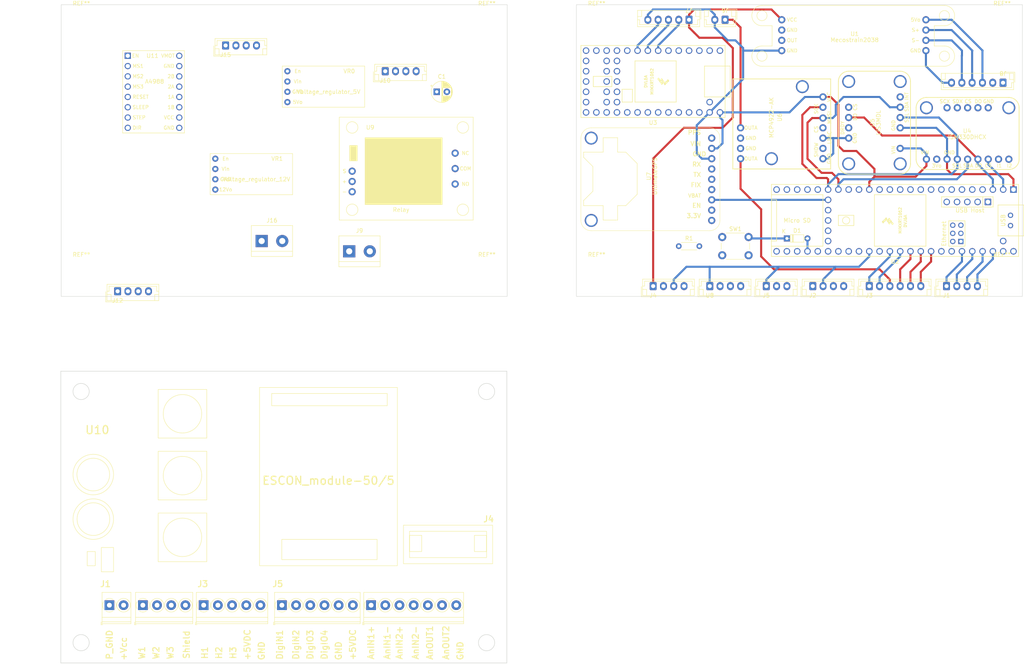
<source format=kicad_pcb>
(kicad_pcb (version 20211014) (generator pcbnew)
  (title_block (title "SBB PCB") (date "2022-04-14") (rev "1") (company "University of Padova") (comment 1 "PCB of self-balacning bike"))
  (layers (0 "F.Cu" signal) (31 "B.Cu" signal) (34 "B.Paste" user) (35 "F.Paste" user) (36 "B.SilkS" user "B.Silkscreen") (37 "F.SilkS" user "F.Silkscreen") (38 "B.Mask" user) (39 "F.Mask" user) (44 "Edge.Cuts" user))
  (net 0 "")
  (net 1 "+24V")
  (net 2 "GND")
  (net 3 "Net-(D1-Pad1)")
  (net 4 "Net-(D1-Pad2)")
  (net 5 "BR_DIR")
  (net 6 "BR_STEP")
  (net 7 "BR_SLEEP")
  (net 8 "+3V3")
  (net 9 "Net-(U2-Pad41)")
  (net 10 "Net-(U2-Pad42)")
  (net 11 "ST_VEL")
  (net 12 "ST_CUR")
  (net 13 "ST_REF")
  (net 14 "ST_EN")
  (net 15 "ST_DIR")
  (net 16 "ST_PWM")
  (net 17 "+12V")
  (net 18 "MAIN_EN")
  (net 19 "+5V")
  (net 20 "Net-(J5-Pad3)")
  (net 21 "TH_REF")
  (net 22 "ENC_A")
  (net 23 "ENC_B")
  (net 24 "ENC_Z")
  (net 25 "Net-(J8-Pad2)")
  (net 26 "Net-(J8-Pad3)")
  (net 27 "Net-(J8-Pad4)")
  (net 28 "Net-(J8-Pad5)")
  (net 29 "+BATT")
  (net 30 "Net-(J10-Pad1)")
  (net 31 "Net-(J10-Pad4)")
  (net 32 "Net-(J12-Pad4)")
  (net 33 "Net-(J15-Pad1)")
  (net 34 "Net-(J15-Pad2)")
  (net 35 "Net-(J15-Pad3)")
  (net 36 "Net-(J15-Pad4)")
  (net 37 "Net-(R1-Pad1)")
  (net 38 "Net-(U1-Pad3)")
  (net 45 "Net-(U2-Pad2)")
  (net 46 "Net-(U2-Pad3)")
  (net 47 "Net-(U2-Pad4)")
  (net 48 "Net-(U2-Pad5)")
  (net 52 "Net-(U2-Pad9)")
  (net 53 "Net-(U2-Pad10)")
  (net 61 "SBUS")
  (net 65 "Net-(U2-Pad21)")
  (net 68 "Net-(U2-Pad20)")
  (net 69 "Net-(U2-Pad19)")
  (net 70 "Net-(U2-Pad18)")
  (net 78 "Net-(U2-Pad50)")
  (net 130 "ST_W1")
  (net 131 "ST_W2")
  (net 132 "ST_W3")
  (net 133 "ST_H1")
  (net 134 "ST_H2")
  (net 135 "ST_H3")
  (net 136 "ST_H5V")
  (footprint "Connector_JST_inches:JST_1x04_P2.54" (layer "F.Cu") (at 259.08 92.41)
    (fp_text reference "J1")
    (fp_text value "Brake mtr JST")
  )
  (footprint "SBBMicro:Ultimate-GPS" (layer "F.Cu") (at 186.69 66.04 90)
    (fp_text reference "U7")
    (fp_text value "UltimateGPS")
  )
  (footprint "SBBMicro:A4988" (layer "F.Cu") (at 63.5 44.45)
    (fp_text reference "U11")
    (fp_text value "A4988")
  )
  (footprint "MountingHole:MountingHole_4.3mm_M4" (layer "F.Cu") (at 145.72 27.94)
    (fp_text reference "REF**")
    (fp_text value "M1")
  )
  (footprint "Connector_JST_inches:JST_1x06_P2.54" (layer "F.Cu") (at 273.015 42.21 180)
    (fp_text reference "J8")
    (fp_text value "Steer  trq & ang JST")
  )
  (footprint "teensy:Teensy40" (layer "F.Cu") (at 186.69 41.91 180)
    (fp_text reference "U3")
    (fp_text value "Teensy4.0")
  )
  (footprint "MountingHole:MountingHole_4.3mm_M4" (layer "F.Cu") (at 45.72 27.94)
    (fp_text reference "REF**")
    (fp_text value "M4")
  )
  (footprint "Connector_JST_inches:JST_1x04_P2.54" (layer "F.Cu") (at 54.645 93.68)
    (fp_text reference "J12")
    (fp_text value "Brake mtr JST")
  )
  (footprint "Connector_JST_inches:JST_1x04_P2.54" (layer "F.Cu") (at 186.725 92.41)
    (fp_text reference "J4")
    (fp_text value "Power JST")
  )
  (footprint "SBBMicro:LIS3MDL" (layer "F.Cu") (at 241.3 52.07 90)
    (fp_text reference "U5")
    (fp_text value "LIS3MDL")
  )
  (footprint "Connector_JST_inches:JST_1x02_P2.54" (layer "F.Cu") (at 204.47 26.67 180)
    (fp_text reference "J6")
    (fp_text value "Throttle JST")
  )
  (footprint "Button_Switch_THT:SW_PUSH_6mm" (layer "F.Cu") (at 203.76 80.3)
    (fp_text reference "SW1")
    (fp_text value "ON/OFF")
  )
  (footprint "Connector_JST_inches:JST_1x06_P2.54" (layer "F.Cu") (at 240.03 92.41)
    (fp_text reference "J3")
    (fp_text value "Steer mtr JST")
  )
  (footprint "SBBMicro:ISM330DHCX" (layer "F.Cu") (at 264.16 54.61)
    (fp_text reference "U4")
    (fp_text value "ISM330DHCX")
  )
  (footprint "SBBMicro:Mecostrain-2038" (layer "F.Cu") (at 237.49 30.48)
    (fp_text reference "U1")
    (fp_text value "Mecostrain2038")
  )
  (footprint "MountingHole:MountingHole_4.3mm_M4" (layer "F.Cu") (at 145.72 89.94)
    (fp_text reference "REF**")
    (fp_text value "M2")
  )
  (footprint "Connector_JST_inches:JST_1x04_P2.54" (layer "F.Cu") (at 120.65 39.37)
    (fp_text reference "J10")
    (fp_text value "Power JST")
  )
  (footprint "Connector_JST_inches:JST_1x04_P2.54" (layer "F.Cu") (at 226.095 92.41)
    (fp_text reference "J2")
    (fp_text value "Aux analog JST")
  )
  (footprint "SBBMicro:Relay" (layer "F.Cu") (at 109.315 76.105)
    (fp_text reference "U9")
    (fp_text value "Relay")
  )
  (footprint "TerminalBlock:TerminalBlock_bornier-2_P5.08mm" (layer "F.Cu") (at 111.76 83.82)
    (fp_text reference "J9")
    (fp_text value "Bat in")
  )
  (footprint "Connector_JST_inches:JST_1x03_P2.54" (layer "F.Cu") (at 214.63 92.41)
    (fp_text reference "J5")
    (fp_text value "On/off JST")
  )
  (footprint "MountingHole:MountingHole_4.3mm_M4" (layer "F.Cu") (at 272.8 89.94)
    (fp_text reference "REF**")
    (fp_text value "M2")
  )
  (footprint "TerminalBlock:TerminalBlock_bornier-2_P5.08mm" (layer "F.Cu") (at 90.17 81.28)
    (fp_text reference "J16")
    (fp_text value "Power mtr out")
  )
  (footprint "SBBMicro:Escon module-50-5" (layer "F.Cu") (at 40.64 185.42)
    (fp_text reference "U10")
    (fp_text value "ESCON_module-50/5")
    (fp_line (start 0 0) (end 110 0) (layer "Edge.Cuts") (width 0.12))
    (fp_line (start 0 -72) (end 0 0) (layer "Edge.Cuts") (width 0.12))
    (fp_line (start 110 0) (end 110 -72) (layer "Edge.Cuts") (width 0.12))
    (fp_line (start 110 -72) (end 0 -72) (layer "Edge.Cuts") (width 0.12))
    (fp_circle (center 105 -67) (end 107 -67) (layer "Edge.Cuts") (width 0.12) (fill none))
    (fp_circle (center 105 -5) (end 107 -5) (layer "Edge.Cuts") (width 0.12) (fill none))
    (fp_circle (center 5 -5) (end 7 -5) (layer "Edge.Cuts") (width 0.12) (fill none))
    (fp_circle (center 5 -67) (end 7 -67) (layer "Edge.Cuts") (width 0.12) (fill none))
  )
  (footprint "Connector_JST_inches:JST_1x04_P2.54" (layer "F.Cu") (at 200.695 92.41)
    (fp_text reference "U8")
    (fp_text value "ArcherM+")
  )
  (footprint "SBBMicro:Voltage-reg_5V" (layer "F.Cu") (at 96.52 46.99)
    (fp_text reference "VR0")
    (fp_text value "Voltage_regulator_5V")
  )
  (footprint "MountingHole:MountingHole_4.3mm_M4" (layer "F.Cu") (at 172.8 27.94)
    (fp_text reference "REF**")
    (fp_text value "M4")
  )
  (footprint "Diode_THT:D_DO-34_SOD68_P7.62mm_Horizontal" (layer "F.Cu") (at 219.684 80.645)
    (fp_text reference "D1")
    (fp_text value "D")
  )
  (footprint "Connector_JST_inches:JST_1x05_P2.54" (layer "F.Cu") (at 195.58 26.67 180)
    (fp_text reference "J7")
    (fp_text value "Encoder JST")
  )
  (footprint "SBBMicro:MCP4922-AK" (layer "F.Cu") (at 218.44 52.07 90)
    (fp_text reference "U6")
    (fp_text value "MCP4922-AK")
  )
  (footprint "SBBMicro:Voltage-reg_12V" (layer "F.Cu") (at 78.74 68.58)
    (fp_text reference "VR1")
    (fp_text value "Voltage_regulator_12V")
  )
  (footprint "MountingHole:MountingHole_4.3mm_M4" (layer "F.Cu") (at 172.8 89.94)
    (fp_text reference "REF**")
    (fp_text value "M3")
  )
  (footprint "teensy:Teensy41" (layer "F.Cu") (at 246.38 76.2 180)
    (fp_text reference "U2")
    (fp_text value "Teensy4.1")
  )
  (footprint "MountingHole:MountingHole_4.3mm_M4" (layer "F.Cu") (at 272.8 27.94)
    (fp_text reference "REF**")
    (fp_text value "M1")
  )
  (footprint "Capacitor_THT:CP_Radial_D5.0mm_P2.50mm" (layer "F.Cu") (at 133.35 44.45)
    (fp_text reference "C1")
    (fp_text value "100uC")
  )
  (footprint "Resistor_THT:R_Axial_DIN0204_L3.6mm_D1.6mm_P5.08mm_Horizontal" (layer "F.Cu") (at 193.04 82.55)
    (fp_text reference "R1")
    (fp_text value "R220")
  )
  (footprint "MountingHole:MountingHole_4.3mm_M4" (layer "F.Cu") (at 45.72 89.94)
    (fp_text reference "REF**")
    (fp_text value "M3")
  )
  (footprint "Connector_JST_inches:JST_1x04_P2.54" (layer "F.Cu") (at 81.28 33.02)
    (fp_text reference "J15")
    (fp_text value "Brake mtr out")
  )
  (gr_rect (start 167.8 22.94) (end 277.8 94.94) (layer "Edge.Cuts") (width 0.1) (fill none))
  (gr_rect (start 40.72 22.94) (end 150.72 94.94) (layer "Edge.Cuts") (width 0.1) (fill none))
  (segment (start 259.207 63.627) (end 260.35 64.77) (width 0.508) (layer "F.Cu") (net 2))
  (segment (start 275.59 66.04) (end 275.59 68.58) (width 0.508) (layer "F.Cu") (net 2))
  (segment (start 260.35 64.77) (end 274.32 64.77) (width 0.508) (layer "F.Cu") (net 2))
  (segment (start 274.32 64.77) (end 275.59 66.04) (width 0.508) (layer "F.Cu") (net 2))
  (segment (start 259.207 61.087) (end 259.207 63.627) (width 0.508) (layer "F.Cu") (net 2))
  (segment (start 198.755 60.96) (end 201.168 60.96) (width 0.508) (layer "B.Cu") (net 2))
  (segment (start 258.11 42.21) (end 260.315 42.21) (width 0.508) (layer "B.Cu") (net 2))
  (segment (start 208.915 33.655) (end 208.915 34.29) (width 0.508) (layer "B.Cu") (net 2))
  (segment (start 201.93 26.67) (end 201.93 28.575) (width 0.508) (layer "B.Cu") (net 2))
  (segment (start 256.54 53.34) (end 247.65 53.34) (width 0.508) (layer "B.Cu") (net 2))
  (segment (start 201.93 25.4) (end 200.66 24.13) (width 0.508) (layer "B.Cu") (net 2))
  (segment (start 229.87 60.96) (end 231.14 59.69) (width 0.508) (layer "B.Cu") (net 2))
  (segment (start 254 38.1) (end 258.11 42.21) (width 0.508) (layer "B.Cu") (net 2))
  (segment (start 231.775 87.63) (end 237.49 87.63) (width 0.508) (layer "B.Cu") (net 2))
  (segment (start 200.695 92.41) (end 200.66 92.375) (width 0.508) (layer "B.Cu") (net 2))
  (segment (start 197.485 52.705) (end 197.485 59.69) (width 0.508) (layer "B.Cu") (net 2))
  (segment (start 228.6 60.96) (end 229.87 60.96) (width 0.508) (layer "B.Cu") (net 2))
  (segment (start 231.14 55.88) (end 228.6 55.88) (width 0.508) (layer "B.Cu") (net 2))
  (segment (start 205.105 31.75) (end 207.01 31.75) (width 0.508) (layer "B.Cu") (net 2))
  (segment (start 240.03 85.09) (end 240.03 83.82) (width 0.508) (layer "B.Cu") (net 2))
  (segment (start 201.93 28.575) (end 205.105 31.75) (width 0.508) (layer "B.Cu") (net 2))
  (segment (start 259.207 56.007) (end 256.54 53.34) (width 0.508) (layer "B.Cu") (net 2))
  (segment (start 200.66 92.375) (end 200.66 87.63) (width 0.508) (layer "B.Cu") (net 2))
  (segment (start 191.805 90.77) (end 194.945 87.63) (width 0.508) (layer "B.Cu") (net 2))
  (segment (start 186.69 24.13) (end 185.42 25.4) (width 0.508) (layer "B.Cu") (net 2))
  (segment (start 214.63 90.805) (end 217.805 87.63) (width 0.508) (layer "B.Cu") (net 2))
  (segment (start 228.635 90.77) (end 231.775 87.63) (width 0.508) (layer "B.Cu") (net 2))
  (segment (start 214.63 92.41) (end 214.63 90.805) (width 0.508) (layer "B.Cu") (net 2))
  (segment (start 228.635 92.41) (end 228.635 90.77) (width 0.508) (layer "B.Cu") (net 2))
  (segment (start 200.66 49.53) (end 197.485 52.705) (width 0.508) (layer "B.Cu") (net 2))
  (segment (start 208.915 34.29) (end 218.44 34.29) (width 0.508) (layer "B.Cu") (net 2))
  (segment (start 200.66 87.63) (end 217.805 87.63) (width 0.508) (layer "B.Cu") (net 2))
  (segment (start 200.66 24.13) (end 186.69 24.13) (width 0.508) (layer "B.Cu") (net 2))
  (segment (start 194.945 87.63) (end 200.66 87.63) (width 0.508) (layer "B.Cu") (net 2))
  (segment (start 200.66 49.53) (end 208.915 41.275) (width 0.508) (layer "B.Cu") (net 2))
  (segment (start 191.805 92.41) (end 191.805 90.77) (width 0.508) (layer "B.Cu") (net 2))
  (segment (start 197.485 59.69) (end 198.755 60.96) (width 0.508) (layer "B.Cu") (net 2))
  (segment (start 207.01 31.75) (end 208.915 33.655) (width 0.508) (layer "B.Cu") (net 2))
  (segment (start 234.95 55.88) (end 231.14 55.88) (width 0.508) (layer "B.Cu") (net 2))
  (segment (start 254 34.29) (end 254 38.1) (width 0.508) (layer "B.Cu") (net 2))
  (segment (start 201.93 26.67) (end 201.93 25.4) (width 0.508) (layer "B.Cu") (net 2))
  (segment (start 185.42 25.4) (end 185.42 26.67) (width 0.508) (layer "B.Cu") (net 2))
  (segment (start 217.805 87.63) (end 231.775 87.63) (width 0.508) (layer "B.Cu") (net 2))
  (segment (start 208.915 41.275) (end 208.915 34.29) (width 0.508) (layer "B.Cu") (net 2))
  (segment (start 259.207 61.087) (end 259.207 56.007) (width 0.508) (layer "B.Cu") (net 2))
  (segment (start 231.14 59.69) (end 231.14 55.88) (width 0.508) (layer "B.Cu") (net 2))
  (segment (start 237.49 87.63) (end 240.03 85.09) (width 0.508) (layer "B.Cu") (net 2))
  (segment (start 210.605 80.645) (end 210.26 80.3) (width 0.508) (layer "B.Cu") (net 3))
  (segment (start 219.71 80.645) (end 210.605 80.645) (width 0.508) (layer "B.Cu") (net 3))
  (segment (start 224.79 83.82) (end 224.79 80.645) (width 0.508) (layer "B.Cu") (net 4))
  (segment (start 259.08 92.41) (end 259.08 90.17) (width 0.508) (layer "B.Cu") (net 5))
  (segment (start 259.08 90.17) (end 262.89 86.36) (width 0.508) (layer "B.Cu") (net 5))
  (segment (start 262.89 86.36) (end 262.89 83.82) (width 0.508) (layer "B.Cu") (net 5))
  (segment (start 265.43 85.725) (end 265.43 83.82) (width 0.508) (layer "B.Cu") (net 6))
  (segment (start 261.62 89.535) (end 265.43 85.725) (width 0.508) (layer "B.Cu") (net 6))
  (segment (start 261.62 92.41) (end 261.62 89.535) (width 0.508) (layer "B.Cu") (net 6))
  (segment (start 267.97 86.36) (end 267.97 83.82) (width 0.508) (layer "B.Cu") (net 7))
  (segment (start 264.16 92.41) (end 264.16 90.17) (width 0.508) (layer "B.Cu") (net 7))
  (segment (start 264.16 90.17) (end 267.97 86.36) (width 0.508) (layer "B.Cu") (net 7))
  (segment (start 230.505 45.72) (end 232.41 47.625) (width 0.508) (layer "F.Cu") (net 8))
  (segment (start 236.855 59.055) (end 241.3 63.5) (width 0.508) (layer "F.Cu") (net 8))
  (segment (start 251.46 65.405) (end 254.127 62.738) (width 0.508) (layer "F.Cu") (net 8))
  (segment (start 240.03 66.675) (end 241.3 65.405) (width 0.508) (layer "F.Cu") (net 8))
  (segment (start 240.03 68.58) (end 240.03 66.675) (width 0.508) (layer "F.Cu") (net 8))
  (segment (start 228.6 45.72) (end 230.505 45.72) (width 0.508) (layer "F.Cu") (net 8))
  (segment (start 232.41 57.785) (end 233.68 59.055) (width 0.508) (layer "F.Cu") (net 8))
  (segment (start 233.68 59.055) (end 236.855 59.055) (width 0.508) (layer "F.Cu") (net 8))
  (segment (start 232.41 47.625) (end 232.41 57.785) (width 0.508) (layer "F.Cu") (net 8))
  (segment (start 241.3 63.5) (end 241.3 65.405) (width 0.508) (layer "F.Cu") (net 8))
  (segment (start 241.3 65.405) (end 251.46 65.405) (width 0.508) (layer "F.Cu") (net 8))
  (segment (start 254.127 62.738) (end 254.127 61.087) (width 0.508) (layer "F.Cu") (net 8))
  (segment (start 270.51 85.725) (end 270.51 83.82) (width 0.508) (layer "B.Cu") (net 8))
  (segment (start 203.2 49.53) (end 220.345 49.53) (width 0.508) (layer "B.Cu") (net 8))
  (segment (start 266.7 92.41) (end 266.7 89.535) (width 0.508) (layer "B.Cu") (net 8))
  (segment (start 254.127 61.087) (end 254.127 59.817) (width 0.508) (layer "B.Cu") (net 8))
  (segment (start 220.345 49.53) (end 224.155 45.72) (width 0.508) (layer "B.Cu") (net 8))
  (segment (start 252.73 58.42) (end 247.65 58.42) (width 0.508) (layer "B.Cu") (net 8))
  (segment (start 266.7 89.535) (end 270.51 85.725) (width 0.508) (layer "B.Cu") (net 8))
  (segment (start 254.127 59.817) (end 252.73 58.42) (width 0.508) (layer "B.Cu") (net 8))
  (segment (start 201.168 58.42) (end 202.565 58.42) (width 0.508) (layer "B.Cu") (net 8))
  (segment (start 203.835 57.15) (end 203.835 51.435) (width 0.508) (layer "B.Cu") (net 8))
  (segment (start 224.155 45.72) (end 228.6 45.72) (width 0.508) (layer "B.Cu") (net 8))
  (segment (start 203.2 50.8) (end 203.2 49.53) (width 0.508) (layer "B.Cu") (net 8))
  (segment (start 202.565 58.42) (end 203.835 57.15) (width 0.508) (layer "B.Cu") (net 8))
  (segment (start 203.835 51.435) (end 203.2 50.8) (width 0.508) (layer "B.Cu") (net 8))
  (segment (start 240.03 90.17) (end 245.11 85.09) (width 0.508) (layer "B.Cu") (net 11))
  (segment (start 245.11 85.09) (end 245.11 83.82) (width 0.508) (layer "B.Cu") (net 11))
  (segment (start 240.03 92.41) (end 240.03 90.17) (width 0.508) (layer "B.Cu") (net 11))
  (segment (start 242.57 90.17) (end 247.65 85.09) (width 0.508) (layer "B.Cu") (net 12))
  (segment (start 242.57 92.41) (end 242.57 90.17) (width 0.508) (layer "B.Cu") (net 12))
  (segment (start 247.65 85.09) (end 247.65 83.82) (width 0.508) (layer "B.Cu") (net 12))
  (segment (start 245.11 90.805) (end 245.11 92.41) (width 0.508) (layer "F.Cu") (net 13))
  (segment (start 208.28 68.377023) (end 213.36 73.457023) (width 0.508) (layer "F.Cu") (net 13))
  (segment (start 213.36 73.457023) (end 213.36 85.09) (width 0.508) (layer "F.Cu") (net 13))
  (segment (start 208.28 60.96) (end 208.28 68.377023) (width 0.508) (layer "F.Cu") (net 13))
  (segment (start 213.36 85.09) (end 216.535 88.265) (width 0.508) (layer "F.Cu") (net 13))
  (segment (start 216.535 88.265) (end 242.57 88.265) (width 0.508) (layer "F.Cu") (net 13))
  (segment (start 242.57 88.265) (end 245.11 90.805) (width 0.508) (layer "F.Cu") (net 13))
  (segment (start 247.65 88.265) (end 250.19 85.725) (width 0.508) (layer "F.Cu") (net 14))
  (segment (start 250.19 85.725) (end 250.19 83.82) (width 0.508) (layer "F.Cu") (net 14))
  (segment (start 247.65 92.41) (end 247.65 88.265) (width 0.508) (layer "F.Cu") (net 14))
  (segment (start 250.19 88.9) (end 252.73 86.36) (width 0.508) (layer "F.Cu") (net 15))
  (segment (start 250.19 92.41) (end 250.19 88.9) (width 0.508) (layer "F.Cu") (net 15))
  (segment (start 252.73 86.36) (end 252.73 83.82) (width 0.508) (layer "F.Cu") (net 15))
  (segment (start 252.73 88.9) (end 255.27 86.36) (width 0.508) (layer "F.Cu") (net 16))
  (segment (start 252.73 92.41) (end 252.73 88.9) (width 0.508) (layer "F.Cu") (net 16))
  (segment (start 255.27 86.36) (end 255.27 83.82) (width 0.508) (layer "F.Cu") (net 16))
  (segment (start 195.58 28.575) (end 196.85 29.845) (width 0.508) (layer "F.Cu") (net 17))
  (segment (start 186.725 92.41) (end 186.725 60.925) (width 0.508) (layer "F.Cu") (net 17))
  (segment (start 198.12 31.115) (end 203.835 31.115) (width 0.508) (layer "F.Cu") (net 17))
  (segment (start 195.58 26.67) (end 195.58 25.4) (width 0.508) (layer "F.Cu") (net 17))
  (segment (start 203.835 53.34) (end 194.31 53.34) (width 0.508) (layer "F.Cu") (net 17))
  (segment (start 206.375 33.655) (end 206.375 50.8) (width 0.508) (layer "F.Cu") (net 17))
  (segment (start 195.58 25.4) (end 196.85 24.13) (width 0.508) (layer "F.Cu") (net 17))
  (segment (start 186.725 60.925) (end 194.31 53.34) (width 0.508) (layer "F.Cu") (net 17))
  (segment (start 215.9 24.13) (end 218.44 26.67) (width 0.508) (layer "F.Cu") (net 17))
  (segment (start 196.85 24.13) (end 215.9 24.13) (width 0.508) (layer "F.Cu") (net 17))
  (segment (start 196.85 29.845) (end 198.12 31.115) (width 0.508) (layer "F.Cu") (net 17))
  (segment (start 195.58 26.67) (end 195.58 28.575) (width 0.508) (layer "F.Cu") (net 17))
  (segment (start 203.835 31.115) (end 206.375 33.655) (width 0.508) (layer "F.Cu") (net 17))
  (segment (start 206.375 50.8) (end 203.835 53.34) (width 0.508) (layer "F.Cu") (net 17))
  (segment (start 208.28 28.575) (end 208.28 53.34) (width 0.508) (layer "F.Cu") (net 21))
  (segment (start 204.47 26.67) (end 206.375 26.67) (width 0.508) (layer "F.Cu") (net 21))
  (segment (start 206.375 26.67) (end 208.28 28.575) (width 0.508) (layer "F.Cu") (net 21))
  (segment (start 193.04 27.94) (end 193.04 26.67) (width 0.508) (layer "B.Cu") (net 22))
  (segment (start 187.96 33.02) (end 193.04 27.94) (width 0.508) (layer "B.Cu") (net 22))
  (segment (start 187.96 34.29) (end 187.96 33.02) (width 0.508) (layer "B.Cu") (net 22))
  (segment (start 190.5 27.94) (end 190.5 26.67) (width 0.508) (layer "B.Cu") (net 23))
  (segment (start 185.42 33.02) (end 190.5 27.94) (width 0.508) (layer "B.Cu") (net 23))
  (segment (start 185.42 34.29) (end 185.42 33.02) (width 0.508) (layer "B.Cu") (net 23))
  (segment (start 182.88 34.29) (end 182.88 33.02) (width 0.508) (layer "B.Cu") (net 24))
  (segment (start 187.96 27.94) (end 187.96 26.67) (width 0.508) (layer "B.Cu") (net 24))
  (segment (start 182.88 33.02) (end 187.96 27.94) (width 0.508) (layer "B.Cu") (net 24))
  (segment (start 260.35 26.67) (end 267.97 34.29) (width 0.508) (layer "B.Cu") (net 26))
  (segment (start 254 26.67) (end 260.35 26.67) (width 0.508) (layer "B.Cu") (net 26))
  (segment (start 267.935 34.325) (end 267.935 42.21) (width 0.508) (layer "B.Cu") (net 26))
  (segment (start 267.97 34.29) (end 267.935 34.325) (width 0.508) (layer "B.Cu") (net 26))
  (segment (start 265.395 34.325) (end 265.395 42.21) (width 0.508) (layer "B.Cu") (net 27))
  (segment (start 265.43 34.29) (end 265.395 34.325) (width 0.508) (layer "B.Cu") (net 27))
  (segment (start 260.35 29.21) (end 265.43 34.29) (width 0.508) (layer "B.Cu") (net 27))
  (segment (start 254 29.21) (end 260.35 29.21) (width 0.508) (layer "B.Cu") (net 27))
  (segment (start 262.89 34.29) (end 262.89 35.49) (width 0.508) (layer "B.Cu") (net 28))
  (segment (start 260.35 31.75) (end 262.89 34.29) (width 0.508) (layer "B.Cu") (net 28))
  (segment (start 254 31.75) (end 260.35 31.75) (width 0.508) (layer "B.Cu") (net 28))
  (segment (start 262.89 35.49) (end 262.855 35.525) (width 0.508) (layer "B.Cu") (net 28))
  (segment (start 262.855 35.525) (end 262.855 42.21) (width 0.508) (layer "B.Cu") (net 28))
  (segment (start 273.05 66.04) (end 273.05 68.58) (width 0.508) (layer "B.Cu") (net 45))
  (segment (start 269.367 61.087) (end 269.367 62.357) (width 0.508) (layer "B.Cu") (net 45))
  (segment (start 269.367 62.357) (end 273.05 66.04) (width 0.508) (layer "B.Cu") (net 45))
  (segment (start 234.95 50.8) (end 238.76 50.8) (width 0.508) (layer "F.Cu") (net 46))
  (segment (start 238.76 50.8) (end 243.205 55.245) (width 0.508) (layer "F.Cu") (net 46))
  (segment (start 243.205 55.245) (end 260.985 55.245) (width 0.508) (layer "F.Cu") (net 46))
  (segment (start 260.985 55.245) (end 266.827 61.087) (width 0.508) (layer "F.Cu") (net 46))
  (segment (start 270.51 66.04) (end 266.7 62.23) (width 0.508) (layer "B.Cu") (net 46))
  (segment (start 270.51 68.58) (end 270.51 66.04) (width 0.508) (layer "B.Cu") (net 46))
  (segment (start 266.7 61.214) (end 266.827 61.087) (width 0.508) (layer "B.Cu") (net 46))
  (segment (start 266.7 62.23) (end 266.7 61.214) (width 0.508) (layer "B.Cu") (net 46))
  (segment (start 223.52 62.23) (end 227.0125 65.7225) (width 0.508) (layer "F.Cu") (net 69))
  (segment (start 225.425 48.26) (end 223.52 50.165) (width 0.508) (layer "F.Cu") (net 69))
  (segment (start 229.87 66.04) (end 229.87 68.58) (width 0.508) (layer "F.Cu") (net 69))
  (segment (start 227.0125 65.7225) (end 229.5525 65.7225) (width 0.508) (layer "F.Cu") (net 69))
  (segment (start 223.52 50.165) (end 223.52 62.23) (width 0.508) (layer "F.Cu") (net 69))
  (segment (start 228.6 48.26) (end 225.425 48.26) (width 0.508) (layer "F.Cu") (net 69))
  (segment (start 229.5525 65.7225) (end 229.87 66.04) (width 0.508) (layer "F.Cu") (net 69))
  (segment (start 261.747 61.087) (end 261.747 55.372) (width 0.508) (layer "B.Cu") (net 69))
  (segment (start 261.747 63.373) (end 261.747 61.087) (width 0.508) (layer "B.Cu") (net 69))
  (segment (start 232.41 64.77) (end 260.35 64.77) (width 0.508) (layer "B.Cu") (net 69))
  (segment (start 229.87 67.31) (end 232.41 64.77) (width 0.508) (layer "B.Cu") (net 69))
  (segment (start 261.747 55.372) (end 257.175 50.8) (width 0.508) (layer "B.Cu") (net 69))
  (segment (start 260.35 64.77) (end 261.747 63.373) (width 0.508) (layer "B.Cu") (net 69))
  (segment (start 257.175 50.8) (end 247.65 50.8) (width 0.508) (layer "B.Cu") (net 69))
  (segment (start 229.87 68.58) (end 229.87 67.31) (width 0.508) (layer "B.Cu") (net 69))
  (segment (start 224.79 52.07) (end 224.79 60.96) (width 0.508) (layer "F.Cu") (net 70))
  (segment (start 232.41 66.04) (end 232.41 68.58) (width 0.508) (layer "F.Cu") (net 70))
  (segment (start 228.2825 64.4525) (end 230.8225 64.4525) (width 0.508) (layer "F.Cu") (net 70))
  (segment (start 225.933 50.927) (end 224.79 52.07) (width 0.508) (layer "F.Cu") (net 70))
  (segment (start 224.79 60.96) (end 228.2825 64.4525) (width 0.508) (layer "F.Cu") (net 70))
  (segment (start 228.6 50.927) (end 225.933 50.927) (width 0.508) (layer "F.Cu") (net 70))
  (segment (start 230.8225 64.4525) (end 232.41 66.04) (width 0.508) (layer "F.Cu") (net 70))
  (segment (start 264.287 63.373) (end 264.287 61.087) (width 0.508) (layer "B.Cu") (net 70))
  (segment (start 231.013 50.927) (end 231.775 50.165) (width 0.508) (layer "B.Cu") (net 70))
  (segment (start 242.57 45.72) (end 245.11 48.26) (width 0.508) (layer "B.Cu") (net 70))
  (segment (start 231.775 50.165) (end 231.775 47.625) (width 0.508) (layer "B.Cu") (net 70))
  (segment (start 233.68 45.72) (end 242.57 45.72) (width 0.508) (layer "B.Cu") (net 70))
  (segment (start 228.6 50.927) (end 231.013 50.927) (width 0.508) (layer "B.Cu") (net 70))
  (segment (start 231.775 47.625) (end 233.68 45.72) (width 0.508) (layer "B.Cu") (net 70))
  (segment (start 261.62 66.04) (end 264.287 63.373) (width 0.508) (layer "B.Cu") (net 70))
  (segment (start 245.11 48.26) (end 247.65 48.26) (width 0.508) (layer "B.Cu") (net 70))
  (segment (start 232.41 67.31) (end 233.68 66.04) (width 0.508) (layer "B.Cu") (net 70))
  (segment (start 232.41 68.58) (end 232.41 67.31) (width 0.508) (layer "B.Cu") (net 70))
  (segment (start 233.68 66.04) (end 261.62 66.04) (width 0.508) (layer "B.Cu") (net 70))
  (segment (start 201.168 71.12) (end 229.87 71.12) (width 0.508) (layer "B.Cu") (net 78))
)
</source>
